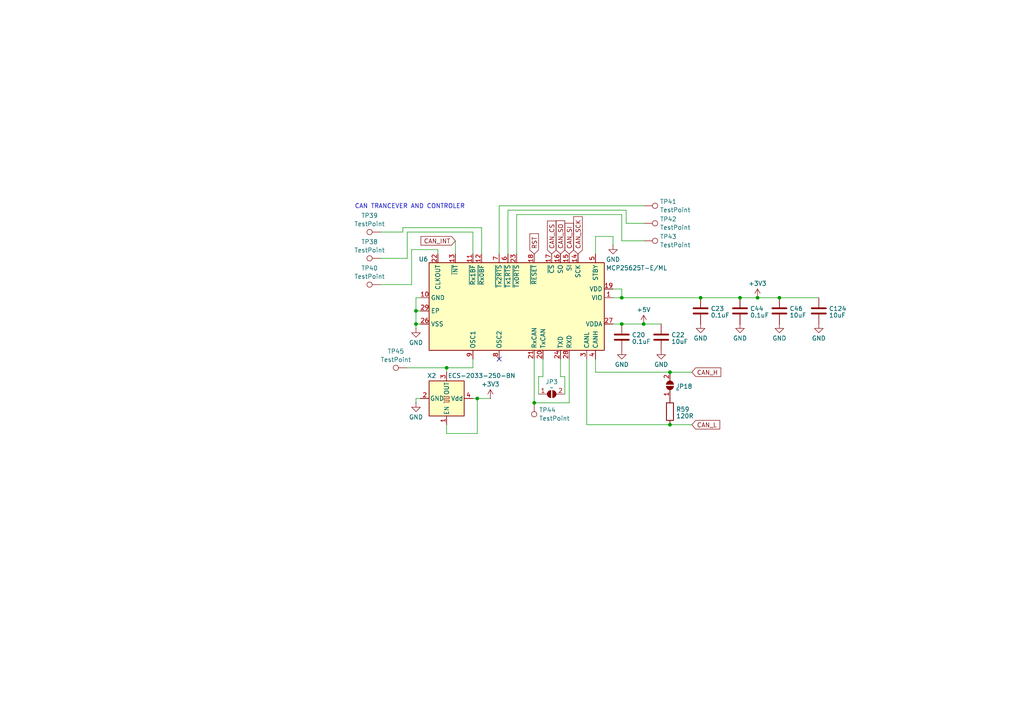
<source format=kicad_sch>
(kicad_sch (version 20250114) (generator "eeschema") (generator_version "9.0")
  (paper "A4")
  (lib_symbols
    (symbol "+3V3_1" (power) (pin_numbers (hide yes)) (pin_names (offset 0) (hide yes))
      (property "Value" "+3V3" (at 0 3.556 0))
      (symbol "+3V3_1_0_1"
        (polyline (pts (xy -0.762 1.27) (xy 0 2.54)))
        (polyline (pts (xy 0 2.54) (xy 0.762 1.27)))
        (polyline (pts (xy 0 0) (xy 0 2.54)))
      )
      (symbol "+3V3_1_1_1"
        (pin power_in line (at 0 0 90) (length 0) (name "~") (number "1"))
      )
    )
    (symbol "+3V3_2" (power) (pin_numbers (hide yes)) (pin_names (offset 0) (hide yes))
      (property "Value" "+3V3" (at 0 3.556 0))
      (symbol "+3V3_2_0_1"
        (polyline (pts (xy -0.762 1.27) (xy 0 2.54)))
        (polyline (pts (xy 0 2.54) (xy 0.762 1.27)))
        (polyline (pts (xy 0 0) (xy 0 2.54)))
      )
      (symbol "+3V3_2_1_1"
        (pin power_in line (at 0 0 90) (length 0) (name "~") (number "1"))
      )
    )
    (symbol "+5V_1" (power) (pin_numbers (hide yes)) (pin_names (offset 0) (hide yes))
      (property "Value" "+5V" (at 0 3.556 0))
      (symbol "+5V_1_0_1"
        (polyline (pts (xy -0.762 1.27) (xy 0 2.54)))
        (polyline (pts (xy 0 2.54) (xy 0.762 1.27)))
        (polyline (pts (xy 0 0) (xy 0 2.54)))
      )
      (symbol "+5V_1_1_1"
        (pin power_in line (at 0 0 90) (length 0) (name "~") (number "1"))
      )
    )
    (symbol "Connector:TestPoint" (pin_numbers (hide yes)) (pin_names (offset 0.762) (hide yes))
      (property "Reference" "TP" (at 0 6.858 0))
      (property "Value" "TestPoint" (at 0 5.08 0))
      (symbol "TestPoint_0_1"
        (circle (center 0 3.302) (radius 0.762))
      )
      (symbol "TestPoint_1_1"
        (pin passive line (at 0 0 90) (length 2.54) (name "1") (number "1"))
      )
    )
    (symbol "Device:C" (pin_numbers (hide yes)) (pin_names (offset 0.254))
      (property "Reference" "C" (at 0.635 2.54 0))
      (property "Value" "C" (at 0.635 -2.54 0))
      (symbol "C_0_1"
        (polyline (pts (xy -2.032 0.762) (xy 2.032 0.762)) (stroke (width 0.508)))
        (polyline (pts (xy -2.032 -0.762) (xy 2.032 -0.762)) (stroke (width 0.508)))
      )
      (symbol "C_1_1"
        (pin passive line (at 0 3.81 270) (length 2.794) (name "~") (number "1"))
        (pin passive line (at 0 -3.81 90) (length 2.794) (name "~") (number "2"))
      )
    )
    (symbol "Device:R" (pin_numbers (hide yes)) (pin_names (offset 0))
      (property "Reference" "R" (at 2.032 0 90))
      (property "Value" "R" (at 0 0 90))
      (symbol "R_0_1"
        (rectangle (start -1.016 -2.54) (end 1.016 2.54) (stroke (width 0.254)))
      )
      (symbol "R_1_1"
        (pin passive line (at 0 3.81 270) (length 1.27) (name "~") (number "1"))
        (pin passive line (at 0 -3.81 90) (length 1.27) (name "~") (number "2"))
      )
    )
    (symbol "GND_1" (power) (pin_numbers (hide yes)) (pin_names (offset 0) (hide yes))
      (property "Value" "GND" (at 0 -3.81 0))
      (symbol "GND_1_0_1"
        (polyline (pts (xy 0 0) (xy 0 -1.27) (xy 1.27 -1.27) (xy 0 -2.54) (xy -1.27 -1.27) (xy 0 -1.27)))
      )
      (symbol "GND_1_1_1"
        (pin power_in line (at 0 0 270) (length 0) (name "~") (number "1"))
      )
    )
    (symbol "GND_2" (power) (pin_numbers (hide yes)) (pin_names (offset 0) (hide yes))
      (property "Value" "GND" (at 0 -3.81 0))
      (symbol "GND_2_0_1"
        (polyline (pts (xy 0 0) (xy 0 -1.27) (xy 1.27 -1.27) (xy 0 -2.54) (xy -1.27 -1.27) (xy 0 -1.27)))
      )
      (symbol "GND_2_1_1"
        (pin power_in line (at 0 0 270) (length 0) (name "~") (number "1"))
      )
    )
    (symbol "Interface_CAN_LIN:MCP25625-x-SS"
      (property "Reference" "U6" (at -13.716 -28.448 90))
      (property "Value" "MCP25625T-E/ML" (at -11.176 25.908 90))
      (symbol "MCP25625-x-SS_0_1"
        (rectangle (start -12.7 25.4) (end 12.7 -25.4) (stroke (width 0.254)) (fill (type background)))
      )
      (symbol "MCP25625-x-SS_1_1"
        (pin input line (at -15.24 22.86 0) (length 2.54) (name "STBY") (number "5"))
        (pin input line (at -15.24 17.78 0) (length 2.54) (name "SCK") (number "14"))
        (pin input line (at -15.24 15.24 0) (length 2.54) (name "SI") (number "15"))
        (pin output line (at -15.24 12.7 0) (length 2.54) (name "SO") (number "16"))
        (pin input line (at -15.24 10.16 0) (length 2.54) (name "~{CS}") (number "17"))
        (pin input line (at -15.24 5.08 0) (length 2.54) (name "~{RESET}") (number "18"))
        (pin input line (at -15.24 0 0) (length 2.54) (name "~{Tx0RTS}") (number "23"))
        (pin input line (at -15.24 -2.54 0) (length 2.54) (name "~{Tx1RTS}") (number "6"))
        (pin input line (at -15.24 -5.08 0) (length 2.54) (name "~{Tx2RTS}") (number "7"))
        (pin output line (at -15.24 -10.16 0) (length 2.54) (name "~{Rx0BF}") (number "12"))
        (pin output line (at -15.24 -12.7 0) (length 2.54) (name "~{Rx1BF}") (number "11"))
        (pin output line (at -15.24 -17.78 0) (length 2.54) (name "~{INT}") (number "13"))
        (pin output line (at -15.24 -22.86 0) (length 2.54) (name "CLKOUT") (number "22"))
        (pin power_in line (at -5.08 27.94 270) (length 2.54) (name "VDD") (number "19"))
        (pin power_in line (at -2.54 27.94 270) (length 2.54) (name "VIO") (number "1"))
        (pin power_in line (at -2.54 -27.94 90) (length 2.54) (name "GND") (number "10"))
        (pin passive line (at 1.27 -27.94 90) (length 2.54) (name "EP") (number "29"))
        (pin power_in line (at 5.08 27.94 270) (length 2.54) (name "VDDA") (number "27"))
        (pin power_in line (at 5.08 -27.94 90) (length 2.54) (name "VSS") (number "26"))
        (pin no_connect line (at 12.7 -15.24 180) (length 2.54) (hide yes) (name "NC") (number "2"))
        (pin no_connect line (at 12.7 -17.78 180) (length 2.54) (hide yes) (name "NC") (number "25"))
        (pin bidirectional line (at 15.24 22.86 180) (length 2.54) (name "CANH") (number "4"))
        (pin bidirectional line (at 15.24 20.32 180) (length 2.54) (name "CANL") (number "3"))
        (pin output line (at 15.24 15.24 180) (length 2.54) (name "RXD") (number "28"))
        (pin input line (at 15.24 12.7 180) (length 2.54) (name "TXD") (number "24"))
        (pin output line (at 15.24 7.62 180) (length 2.54) (name "TxCAN") (number "20"))
        (pin input line (at 15.24 5.08 180) (length 2.54) (name "RxCAN") (number "21"))
        (pin output line (at 15.24 -5.08 180) (length 2.54) (name "OSC2") (number "8"))
        (pin input line (at 15.24 -12.7 180) (length 2.54) (name "OSC1") (number "9"))
      )
    )
    (symbol "Jumper:SolderJumper_2_Open" (pin_names (offset 0) (hide yes))
      (property "Reference" "JP" (at 0 2.032 0))
      (property "Value" "SolderJumper_2_Open" (at 0 -2.54 0))
      (symbol "SolderJumper_2_Open_0_1"
        (polyline (pts (xy -0.254 1.016) (xy -0.254 -1.016)))
        (arc (start -0.254 -1.016) (mid -1.2656 0) (end -0.254 1.016))
        (arc (start -0.254 -1.016) (mid -1.2656 0) (end -0.254 1.016) (fill (type outline)))
        (arc (start 0.254 1.016) (mid 1.2656 0) (end 0.254 -1.016))
        (arc (start 0.254 1.016) (mid 1.2656 0) (end 0.254 -1.016) (fill (type outline)))
        (polyline (pts (xy 0.254 1.016) (xy 0.254 -1.016)))
      )
      (symbol "SolderJumper_2_Open_1_1"
        (pin passive line (at -3.81 0 0) (length 2.54) (name "A") (number "1"))
        (pin passive line (at 3.81 0 180) (length 2.54) (name "B") (number "2"))
      )
    )
    (symbol "Oscillator:TXC-7C" (pin_names (offset 0.254))
      (property "Reference" "X" (at -5.08 6.35 0))
      (property "Value" "TXC-7C" (at 1.27 -6.35 0))
      (symbol "TXC-7C_0_1"
        (rectangle (start -5.08 5.08) (end 5.08 -5.08) (stroke (width 0.254)) (fill (type background)))
        (polyline (pts (xy -1.27 -0.762) (xy -1.016 -0.762) (xy -1.016 0.762) (xy -0.508 0.762) (xy -0.508 -0.762) (xy 0 -0.762) (xy 0 0.762) (xy 0.508 0.762) (xy 0.508 -0.762) (xy 0.762 -0.762)))
      )
      (symbol "TXC-7C_1_1"
        (pin input line (at -7.62 0 0) (length 2.54) (name "EN") (number "1"))
        (pin power_in line (at 0 7.62 270) (length 2.54) (name "Vdd") (number "4"))
        (pin power_in line (at 0 -7.62 90) (length 2.54) (name "GND") (number "2"))
        (pin output line (at 7.62 0 180) (length 2.54) (name "OUT") (number "3"))
      )
    )
  )
  (text "CAN TRANCEVER AND CONTROLER" (at 118.872 59.944 0) (effects (font (size 1.27 1.27))))
  (junction (at 186.69 93.98))
  (junction (at 120.65 93.98))
  (junction (at 194.31 123.19))
  (junction (at 129.54 106.68))
  (junction (at 154.94 116.84))
  (junction (at 138.43 115.57))
  (junction (at 219.71 86.36))
  (junction (at 214.63 86.36))
  (junction (at 203.2 86.36))
  (junction (at 180.34 86.36))
  (junction (at 194.31 107.95))
  (junction (at 226.06 86.36))
  (junction (at 120.65 90.17))
  (junction (at 180.34 93.98))
  (no_connect (at 144.78 104.14))
  (wire (pts (xy 139.7 66.04) (xy 116.84 66.04)))
  (wire (pts (xy 163.83 114.3) (xy 163.83 109.22)))
  (wire (pts (xy 180.34 83.82) (xy 180.34 86.36)))
  (wire (pts (xy 180.34 93.98) (xy 186.69 93.98)))
  (wire (pts (xy 127 73.66) (xy 127 72.39)))
  (wire (pts (xy 110.49 67.31) (xy 116.84 67.31)))
  (wire (pts (xy 147.32 60.96) (xy 181.61 60.96)))
  (wire (pts (xy 200.66 123.19) (xy 194.31 123.19)))
  (wire (pts (xy 144.78 73.66) (xy 144.78 59.69)))
  (wire (pts (xy 120.65 90.17) (xy 121.92 90.17)))
  (wire (pts (xy 149.86 62.23) (xy 180.34 62.23)))
  (wire (pts (xy 118.11 67.31) (xy 118.11 74.93)))
  (wire (pts (xy 181.61 64.77) (xy 186.69 64.77)))
  (wire (pts (xy 139.7 73.66) (xy 139.7 66.04)))
  (wire (pts (xy 120.65 90.17) (xy 120.65 93.98)))
  (wire (pts (xy 121.92 86.36) (xy 120.65 86.36)))
  (wire (pts (xy 162.56 109.22) (xy 162.56 104.14)))
  (wire (pts (xy 154.94 116.84) (xy 154.94 104.14)))
  (wire (pts (xy 172.72 107.95) (xy 194.31 107.95)))
  (wire (pts (xy 120.65 115.57) (xy 120.65 116.84)))
  (wire (pts (xy 157.48 109.22) (xy 156.21 109.22)))
  (wire (pts (xy 180.34 62.23) (xy 180.34 69.85)))
  (wire (pts (xy 129.54 123.19) (xy 129.54 125.73)))
  (wire (pts (xy 180.34 86.36) (xy 203.2 86.36)))
  (wire (pts (xy 214.63 86.36) (xy 219.71 86.36)))
  (wire (pts (xy 129.54 106.68) (xy 137.16 106.68)))
  (wire (pts (xy 137.16 67.31) (xy 118.11 67.31)))
  (wire (pts (xy 129.54 125.73) (xy 138.43 125.73)))
  (wire (pts (xy 157.48 104.14) (xy 157.48 109.22)))
  (wire (pts (xy 219.71 86.36) (xy 226.06 86.36)))
  (wire (pts (xy 138.43 115.57) (xy 142.24 115.57)))
  (wire (pts (xy 137.16 73.66) (xy 137.16 67.31)))
  (wire (pts (xy 170.18 123.19) (xy 194.31 123.19)))
  (wire (pts (xy 120.65 93.98) (xy 120.65 95.25)))
  (wire (pts (xy 172.72 73.66) (xy 172.72 68.58)))
  (wire (pts (xy 194.31 107.95) (xy 200.66 107.95)))
  (wire (pts (xy 120.65 86.36) (xy 120.65 90.17)))
  (wire (pts (xy 138.43 125.73) (xy 138.43 115.57)))
  (wire (pts (xy 181.61 60.96) (xy 181.61 64.77)))
  (wire (pts (xy 163.83 109.22) (xy 162.56 109.22)))
  (wire (pts (xy 144.78 59.69) (xy 186.69 59.69)))
  (wire (pts (xy 177.8 83.82) (xy 180.34 83.82)))
  (wire (pts (xy 149.86 73.66) (xy 149.86 62.23)))
  (wire (pts (xy 119.38 72.39) (xy 119.38 82.55)))
  (wire (pts (xy 177.8 68.58) (xy 177.8 71.12)))
  (wire (pts (xy 203.2 86.36) (xy 214.63 86.36)))
  (wire (pts (xy 116.84 66.04) (xy 116.84 67.31)))
  (wire (pts (xy 172.72 68.58) (xy 177.8 68.58)))
  (wire (pts (xy 172.72 107.95) (xy 172.72 104.14)))
  (wire (pts (xy 129.54 107.95) (xy 129.54 106.68)))
  (wire (pts (xy 121.92 93.98) (xy 120.65 93.98)))
  (wire (pts (xy 138.43 115.57) (xy 137.16 115.57)))
  (wire (pts (xy 127 72.39) (xy 119.38 72.39)))
  (wire (pts (xy 156.21 109.22) (xy 156.21 114.3)))
  (wire (pts (xy 177.8 86.36) (xy 180.34 86.36)))
  (wire (pts (xy 226.06 86.36) (xy 237.49 86.36)))
  (wire (pts (xy 137.16 106.68) (xy 137.16 104.14)))
  (wire (pts (xy 132.08 69.85) (xy 132.08 73.66)))
  (wire (pts (xy 186.69 93.98) (xy 191.77 93.98)))
  (wire (pts (xy 118.11 74.93) (xy 110.49 74.93)))
  (wire (pts (xy 147.32 73.66) (xy 147.32 60.96)))
  (wire (pts (xy 177.8 93.98) (xy 180.34 93.98)))
  (wire (pts (xy 180.34 69.85) (xy 186.69 69.85)))
  (wire (pts (xy 119.38 82.55) (xy 110.49 82.55)))
  (wire (pts (xy 170.18 104.14) (xy 170.18 123.19)))
  (wire (pts (xy 165.1 116.84) (xy 154.94 116.84)))
  (wire (pts (xy 165.1 104.14) (xy 165.1 116.84)))
  (wire (pts (xy 121.92 115.57) (xy 120.65 115.57)))
  (wire (pts (xy 118.11 106.68) (xy 129.54 106.68)))
  (global_label "CAN_SI" (shape input) (at 165.1 73.66 90) (property "Intersheetrefs" "${INTERSHEET_REFS}" (effects (hide yes))))
  (global_label "RST" (shape input) (at 154.94 73.66 90) (property "Intersheetrefs" "${INTERSHEET_REFS}" (effects (hide yes))))
  (global_label "CAN_INT" (shape input) (at 132.08 69.85 180) (property "Intersheetrefs" "${INTERSHEET_REFS}" (effects (hide yes))))
  (global_label "CAN_SO" (shape input) (at 162.56 73.66 90) (property "Intersheetrefs" "${INTERSHEET_REFS}" (effects (hide yes))))
  (global_label "CAN_H" (shape input) (at 200.66 107.95 0) (property "Intersheetrefs" "${INTERSHEET_REFS}" (effects (hide yes))))
  (global_label "CAN_CS" (shape input) (at 160.02 73.66 90) (property "Intersheetrefs" "${INTERSHEET_REFS}" (effects (hide yes))))
  (global_label "CAN_L" (shape input) (at 200.66 123.19 0) (property "Intersheetrefs" "${INTERSHEET_REFS}" (effects (hide yes))))
  (global_label "CAN_SCK" (shape input) (at 167.64 73.66 90) (property "Intersheetrefs" "${INTERSHEET_REFS}" (effects (hide yes))))
  (symbol (lib_name "GND_1") (lib_id "power:GND") (at 120.65 95.25 0) (unit 1)
    (property "Reference" "#PWR021" (effects (hide yes)))
    (property "Value" "GND" (at 120.65 99.3831 0))
    (property "Description" "Power symbol creates a global label with name \"GND\" , ground" (effects (hide yes)))
  )
  (symbol (lib_id "Device:C") (at 237.49 90.17 0) (unit 1)
    (property "Reference" "C124" (at 240.411 89.5263 0) (effects (justify left)))
    (property "Value" "10uF" (at 240.411 91.4473 0) (effects (justify left)))
    (property "Footprint" "Capacitor_SMD:C_0603_1608Metric" (effects (hide yes)))
  )
  (symbol (lib_id "Connector:TestPoint") (at 110.49 74.93 90) (unit 1)
    (property "Reference" "TP38" (at 107.188 70.1505 90))
    (property "Value" "TestPoint" (at 107.188 72.5748 90))
    (property "Footprint" "TestPoint:TestPoint_Pad_D1.0mm" (effects (hide yes)))
  )
  (symbol (lib_id "Connector:TestPoint") (at 110.49 67.31 90) (unit 1)
    (property "Reference" "TP39" (at 107.188 62.5305 90))
    (property "Value" "TestPoint" (at 107.188 64.9548 90))
    (property "Footprint" "TestPoint:TestPoint_Pad_D1.0mm" (effects (hide yes)))
  )
  (symbol (lib_name "+3V3_2") (lib_id "power:+3V3") (at 219.71 86.36 0) (unit 1)
    (property "Reference" "#PWR0161" (effects (hide yes)))
    (property "Value" "+3V3" (at 219.71 82.2269 0))
    (property "Description" "Power symbol creates a global label with name \"+3V3\"" (effects (hide yes)))
  )
  (symbol (lib_id "Device:C") (at 203.2 90.17 0) (unit 1)
    (property "Reference" "C23" (at 206.121 89.5263 0) (effects (justify left)))
    (property "Value" "0.1uF" (at 206.121 91.4473 0) (effects (justify left)))
    (property "Footprint" "Capacitor_SMD:C_0603_1608Metric" (effects (hide yes)))
  )
  (symbol (lib_name "+5V_1") (lib_id "power:+5V") (at 186.69 93.98 0) (unit 1)
    (property "Reference" "#PWR058" (effects (hide yes)))
    (property "Value" "+5V" (at 186.69 89.8469 0))
    (property "Description" "Power symbol creates a global label with name \"+5V\"" (effects (hide yes)))
  )
  (symbol (lib_name "GND_2") (lib_id "power:GND") (at 214.63 93.98 0) (unit 1)
    (property "Reference" "#PWR0160" (effects (hide yes)))
    (property "Value" "GND" (at 214.63 98.1131 0))
    (property "Description" "Power symbol creates a global label with name \"GND\" , ground" (effects (hide yes)))
  )
  (symbol (lib_id "Jumper:SolderJumper_2_Open") (at 194.31 111.76 90) (unit 1)
    (property "Reference" "JP18" (at 195.961 112.0768 90) (effects (justify right)))
    (property "Value" "~" (at 195.961 113.0373 90) (effects (justify right)))
    (property "Footprint" "Jumper:SolderJumper-2_P1.3mm_Open_RoundedPad1.0x1.5mm" (effects (hide yes)))
  )
  (symbol (lib_id "Interface_CAN_LIN:MCP25625-x-SS") (at 149.86 88.9 270) (unit 1)
    (property "Reference" "U6" (at 121.412 75.184 90) (effects (justify left)))
    (property "Value" "MCP25625T-E/ML" (at 175.768 77.724 90) (effects (justify left)))
    (property "Footprint" "CARTHING:28-QFN-EP" (effects (hide yes)))
    (property "Datasheet" "http://ww1.microchip.com/downloads/en/DeviceDoc/20005282B.pdf" (effects (hide yes)))
    (property "Description" "Stand-Alone CAN Controller with SPI Interface and integated Transceiver, SSOP-28" (effects (hide yes)))
  )
  (symbol (lib_id "Oscillator:TXC-7C") (at 129.54 115.57 270) (mirror x) (unit 1)
    (property "Reference" "X2" (at 125.222 108.966 90))
    (property "Value" "ECS-2033-250-BN" (at 139.7 108.966 90))
    (property "Footprint" "Oscillator:Oscillator_SMD_Kyocera_KC2520Z-4Pin_2.5x2.0mm" (effects (hide yes)))
    (property "Datasheet" "http://www.txccorp.com/download/products/osc/7C_o.pdf" (effects (hide yes)))
  )
  (symbol (lib_name "GND_2") (lib_id "power:GND") (at 177.8 71.12 0) (unit 1)
    (property "Reference" "#PWR056" (effects (hide yes)))
    (property "Value" "GND" (at 177.8 75.2531 0))
    (property "Description" "Power symbol creates a global label with name \"GND\" , ground" (effects (hide yes)))
  )
  (symbol (lib_name "GND_2") (lib_id "power:GND") (at 191.77 101.6 0) (unit 1)
    (property "Reference" "#PWR059" (effects (hide yes)))
    (property "Value" "GND" (at 191.77 105.7331 0))
    (property "Description" "Power symbol creates a global label with name \"GND\" , ground" (effects (hide yes)))
  )
  (symbol (lib_id "Connector:TestPoint") (at 154.94 116.84 180) (unit 1)
    (property "Reference" "TP44" (at 156.337 118.9298 0) (effects (justify right)))
    (property "Value" "TestPoint" (at 156.337 121.3541 0) (effects (justify right)))
    (property "Footprint" "TestPoint:TestPoint_Pad_D1.0mm" (effects (hide yes)))
  )
  (symbol (lib_name "GND_1") (lib_id "power:GND") (at 120.65 116.84 0) (unit 1)
    (property "Reference" "#PWR023" (effects (hide yes)))
    (property "Value" "GND" (at 120.65 120.9731 0))
    (property "Description" "Power symbol creates a global label with name \"GND\" , ground" (effects (hide yes)))
  )
  (symbol (lib_id "Jumper:SolderJumper_2_Open") (at 160.02 114.3 0) (unit 1)
    (property "Reference" "JP3" (at 160.02 110.7525 0))
    (property "Value" "~" (at 160.02 112.4339 0))
    (property "Footprint" "Jumper:SolderJumper-2_P1.3mm_Open_RoundedPad1.0x1.5mm" (effects (hide yes)))
  )
  (symbol (lib_id "Connector:TestPoint") (at 186.69 59.69 270) (unit 1)
    (property "Reference" "TP41" (at 191.389 58.4778 90) (effects (justify left)))
    (property "Value" "TestPoint" (at 191.389 60.9021 90) (effects (justify left)))
    (property "Footprint" "TestPoint:TestPoint_Pad_D1.0mm" (effects (hide yes)))
  )
  (symbol (lib_name "GND_2") (lib_id "power:GND") (at 203.2 93.98 0) (unit 1)
    (property "Reference" "#PWR0132" (effects (hide yes)))
    (property "Value" "GND" (at 203.2 98.1131 0))
    (property "Description" "Power symbol creates a global label with name \"GND\" , ground" (effects (hide yes)))
  )
  (symbol (lib_id "Connector:TestPoint") (at 186.69 69.85 270) (unit 1)
    (property "Reference" "TP43" (at 191.389 68.6378 90) (effects (justify left)))
    (property "Value" "TestPoint" (at 191.389 71.0621 90) (effects (justify left)))
    (property "Footprint" "TestPoint:TestPoint_Pad_D1.0mm" (effects (hide yes)))
  )
  (symbol (lib_id "Device:R") (at 194.31 119.38 0) (unit 1)
    (property "Reference" "R59" (at 196.088 118.7363 0) (effects (justify left)))
    (property "Value" "120R" (at 196.088 120.6573 0) (effects (justify left)))
    (property "Footprint" "Resistor_SMD:R_0603_1608Metric" (effects (hide yes)))
  )
  (symbol (lib_name "GND_2") (lib_id "power:GND") (at 237.49 93.98 0) (unit 1)
    (property "Reference" "#PWR0163" (effects (hide yes)))
    (property "Value" "GND" (at 237.49 98.1131 0))
    (property "Description" "Power symbol creates a global label with name \"GND\" , ground" (effects (hide yes)))
  )
  (symbol (lib_name "+3V3_1") (lib_id "power:+3V3") (at 142.24 115.57 0) (unit 1)
    (property "Reference" "#PWR055" (effects (hide yes)))
    (property "Value" "+3V3" (at 142.24 111.4369 0))
    (property "Description" "Power symbol creates a global label with name \"+3V3\"" (effects (hide yes)))
  )
  (symbol (lib_id "Connector:TestPoint") (at 118.11 106.68 90) (unit 1)
    (property "Reference" "TP45" (at 114.808 101.9005 90))
    (property "Value" "TestPoint" (at 114.808 104.3248 90))
    (property "Footprint" "TestPoint:TestPoint_Pad_D1.0mm" (effects (hide yes)))
  )
  (symbol (lib_id "Device:C") (at 214.63 90.17 0) (unit 1)
    (property "Reference" "C44" (at 217.551 89.5263 0) (effects (justify left)))
    (property "Value" "0.1uF" (at 217.551 91.4473 0) (effects (justify left)))
    (property "Footprint" "Capacitor_SMD:C_0603_1608Metric" (effects (hide yes)))
  )
  (symbol (lib_name "GND_2") (lib_id "power:GND") (at 180.34 101.6 0) (unit 1)
    (property "Reference" "#PWR057" (effects (hide yes)))
    (property "Value" "GND" (at 180.34 105.7331 0))
    (property "Description" "Power symbol creates a global label with name \"GND\" , ground" (effects (hide yes)))
  )
  (symbol (lib_id "Connector:TestPoint") (at 186.69 64.77 270) (unit 1)
    (property "Reference" "TP42" (at 191.389 63.5578 90) (effects (justify left)))
    (property "Value" "TestPoint" (at 191.389 65.9821 90) (effects (justify left)))
    (property "Footprint" "TestPoint:TestPoint_Pad_D1.0mm" (effects (hide yes)))
  )
  (symbol (lib_id "Device:C") (at 191.77 97.79 0) (unit 1)
    (property "Reference" "C22" (at 194.691 97.1463 0) (effects (justify left)))
    (property "Value" "10uF" (at 194.691 99.0673 0) (effects (justify left)))
    (property "Footprint" "Capacitor_SMD:C_0603_1608Metric" (effects (hide yes)))
  )
  (symbol (lib_id "Connector:TestPoint") (at 110.49 82.55 90) (unit 1)
    (property "Reference" "TP40" (at 107.188 77.7705 90))
    (property "Value" "TestPoint" (at 107.188 80.1948 90))
    (property "Footprint" "TestPoint:TestPoint_Pad_D1.0mm" (effects (hide yes)))
  )
  (symbol (lib_id "Device:C") (at 180.34 97.79 0) (unit 1)
    (property "Reference" "C20" (at 183.261 97.1463 0) (effects (justify left)))
    (property "Value" "0.1uF" (at 183.261 99.0673 0) (effects (justify left)))
    (property "Footprint" "Capacitor_SMD:C_0603_1608Metric" (effects (hide yes)))
  )
  (symbol (lib_id "Device:C") (at 226.06 90.17 0) (unit 1)
    (property "Reference" "C46" (at 228.981 89.5263 0) (effects (justify left)))
    (property "Value" "10uF" (at 228.981 91.4473 0) (effects (justify left)))
    (property "Footprint" "Capacitor_SMD:C_0603_1608Metric" (effects (hide yes)))
  )
  (symbol (lib_name "GND_2") (lib_id "power:GND") (at 226.06 93.98 0) (unit 1)
    (property "Reference" "#PWR0162" (effects (hide yes)))
    (property "Value" "GND" (at 226.06 98.1131 0))
    (property "Description" "Power symbol creates a global label with name \"GND\" , ground" (effects (hide yes)))
  )
)
</source>
